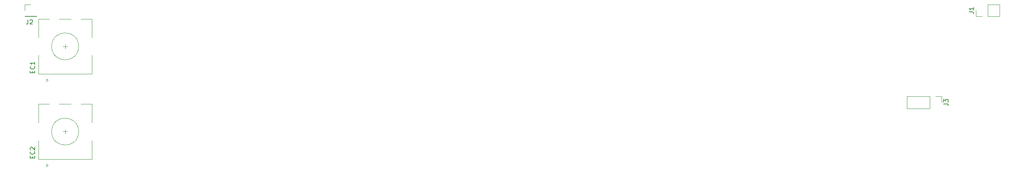
<source format=gbr>
%TF.GenerationSoftware,KiCad,Pcbnew,5.1.6+dfsg1-1*%
%TF.CreationDate,2020-11-01T09:24:26-08:00*%
%TF.ProjectId,SPM1800,53504d31-3830-4302-9e6b-696361645f70,rev?*%
%TF.SameCoordinates,Original*%
%TF.FileFunction,Legend,Top*%
%TF.FilePolarity,Positive*%
%FSLAX46Y46*%
G04 Gerber Fmt 4.6, Leading zero omitted, Abs format (unit mm)*
G04 Created by KiCad (PCBNEW 5.1.6+dfsg1-1) date 2020-11-01 09:24:26*
%MOMM*%
%LPD*%
G01*
G04 APERTURE LIST*
%ADD10C,0.120000*%
%ADD11C,0.150000*%
G04 APERTURE END LIST*
D10*
%TO.C,J3*%
X333435000Y260918000D02*
X333435000Y259588000D01*
X332105000Y260918000D02*
X333435000Y260918000D01*
X330835000Y260918000D02*
X330835000Y258258000D01*
X330835000Y258258000D02*
X325695000Y258258000D01*
X330835000Y260918000D02*
X325695000Y260918000D01*
X325695000Y260918000D02*
X325695000Y258258000D01*
%TO.C,J2*%
X129861000Y281365000D02*
X131191000Y281365000D01*
X129861000Y280035000D02*
X129861000Y281365000D01*
X129861000Y278765000D02*
X132521000Y278765000D01*
X132521000Y278765000D02*
X132521000Y278705000D01*
X129861000Y278765000D02*
X129861000Y278705000D01*
X129861000Y278705000D02*
X132521000Y278705000D01*
%TO.C,EC2*%
X138851000Y252596000D02*
X138851000Y253596000D01*
X138351000Y253096000D02*
X139351000Y253096000D01*
X142351000Y259196000D02*
X144751000Y259196000D01*
X137551000Y259196000D02*
X140151000Y259196000D01*
X132951000Y259196000D02*
X135351000Y259196000D01*
X134751000Y245896000D02*
X135051000Y245596000D01*
X134751000Y245296000D02*
X134751000Y245896000D01*
X135051000Y245596000D02*
X134751000Y245296000D01*
X132951000Y246996000D02*
X144751000Y246996000D01*
X132951000Y251096000D02*
X132951000Y246996000D01*
X144751000Y251096000D02*
X144751000Y246996000D01*
X144751000Y259196000D02*
X144751000Y255096000D01*
X132951000Y255096000D02*
X132951000Y259196000D01*
X141851000Y253096000D02*
G75*
G03*
X141851000Y253096000I-3000000J0D01*
G01*
%TO.C,EC1*%
X138851000Y271541000D02*
X138851000Y272541000D01*
X138351000Y272041000D02*
X139351000Y272041000D01*
X142351000Y278141000D02*
X144751000Y278141000D01*
X137551000Y278141000D02*
X140151000Y278141000D01*
X132951000Y278141000D02*
X135351000Y278141000D01*
X134751000Y264841000D02*
X135051000Y264541000D01*
X134751000Y264241000D02*
X134751000Y264841000D01*
X135051000Y264541000D02*
X134751000Y264241000D01*
X132951000Y265941000D02*
X144751000Y265941000D01*
X132951000Y270041000D02*
X132951000Y265941000D01*
X144751000Y270041000D02*
X144751000Y265941000D01*
X144751000Y278141000D02*
X144751000Y274041000D01*
X132951000Y274041000D02*
X132951000Y278141000D01*
X141851000Y272041000D02*
G75*
G03*
X141851000Y272041000I-3000000J0D01*
G01*
%TO.C,J1*%
X346262000Y278705000D02*
X346262000Y281365000D01*
X343662000Y278705000D02*
X346262000Y278705000D01*
X343662000Y281365000D02*
X346262000Y281365000D01*
X343662000Y278705000D02*
X343662000Y281365000D01*
X342392000Y278705000D02*
X341062000Y278705000D01*
X341062000Y278705000D02*
X341062000Y280035000D01*
%TO.C,J3*%
D11*
X333887380Y259254666D02*
X334601666Y259254666D01*
X334744523Y259207047D01*
X334839761Y259111809D01*
X334887380Y258968952D01*
X334887380Y258873714D01*
X333887380Y259635619D02*
X333887380Y260254666D01*
X334268333Y259921333D01*
X334268333Y260064190D01*
X334315952Y260159428D01*
X334363571Y260207047D01*
X334458809Y260254666D01*
X334696904Y260254666D01*
X334792142Y260207047D01*
X334839761Y260159428D01*
X334887380Y260064190D01*
X334887380Y259778476D01*
X334839761Y259683238D01*
X334792142Y259635619D01*
%TO.C,J2*%
X130603666Y277979119D02*
X130603666Y277264833D01*
X130556047Y277121976D01*
X130460809Y277026738D01*
X130317952Y276979119D01*
X130222714Y276979119D01*
X131032238Y277883880D02*
X131079857Y277931500D01*
X131175095Y277979119D01*
X131413190Y277979119D01*
X131508428Y277931500D01*
X131556047Y277883880D01*
X131603666Y277788642D01*
X131603666Y277693404D01*
X131556047Y277550547D01*
X130984619Y276979119D01*
X131603666Y276979119D01*
%TO.C,EC2*%
X131579571Y247205523D02*
X131579571Y247538857D01*
X132103380Y247681714D02*
X132103380Y247205523D01*
X131103380Y247205523D01*
X131103380Y247681714D01*
X132008142Y248681714D02*
X132055761Y248634095D01*
X132103380Y248491238D01*
X132103380Y248396000D01*
X132055761Y248253142D01*
X131960523Y248157904D01*
X131865285Y248110285D01*
X131674809Y248062666D01*
X131531952Y248062666D01*
X131341476Y248110285D01*
X131246238Y248157904D01*
X131151000Y248253142D01*
X131103380Y248396000D01*
X131103380Y248491238D01*
X131151000Y248634095D01*
X131198619Y248681714D01*
X131198619Y249062666D02*
X131151000Y249110285D01*
X131103380Y249205523D01*
X131103380Y249443619D01*
X131151000Y249538857D01*
X131198619Y249586476D01*
X131293857Y249634095D01*
X131389095Y249634095D01*
X131531952Y249586476D01*
X132103380Y249015047D01*
X132103380Y249634095D01*
%TO.C,EC1*%
X131579571Y266150523D02*
X131579571Y266483857D01*
X132103380Y266626714D02*
X132103380Y266150523D01*
X131103380Y266150523D01*
X131103380Y266626714D01*
X132008142Y267626714D02*
X132055761Y267579095D01*
X132103380Y267436238D01*
X132103380Y267341000D01*
X132055761Y267198142D01*
X131960523Y267102904D01*
X131865285Y267055285D01*
X131674809Y267007666D01*
X131531952Y267007666D01*
X131341476Y267055285D01*
X131246238Y267102904D01*
X131151000Y267198142D01*
X131103380Y267341000D01*
X131103380Y267436238D01*
X131151000Y267579095D01*
X131198619Y267626714D01*
X132103380Y268579095D02*
X132103380Y268007666D01*
X132103380Y268293380D02*
X131103380Y268293380D01*
X131246238Y268198142D01*
X131341476Y268102904D01*
X131389095Y268007666D01*
%TO.C,J1*%
X339514380Y279701666D02*
X340228666Y279701666D01*
X340371523Y279654047D01*
X340466761Y279558809D01*
X340514380Y279415952D01*
X340514380Y279320714D01*
X340514380Y280701666D02*
X340514380Y280130238D01*
X340514380Y280415952D02*
X339514380Y280415952D01*
X339657238Y280320714D01*
X339752476Y280225476D01*
X339800095Y280130238D01*
%TD*%
M02*

</source>
